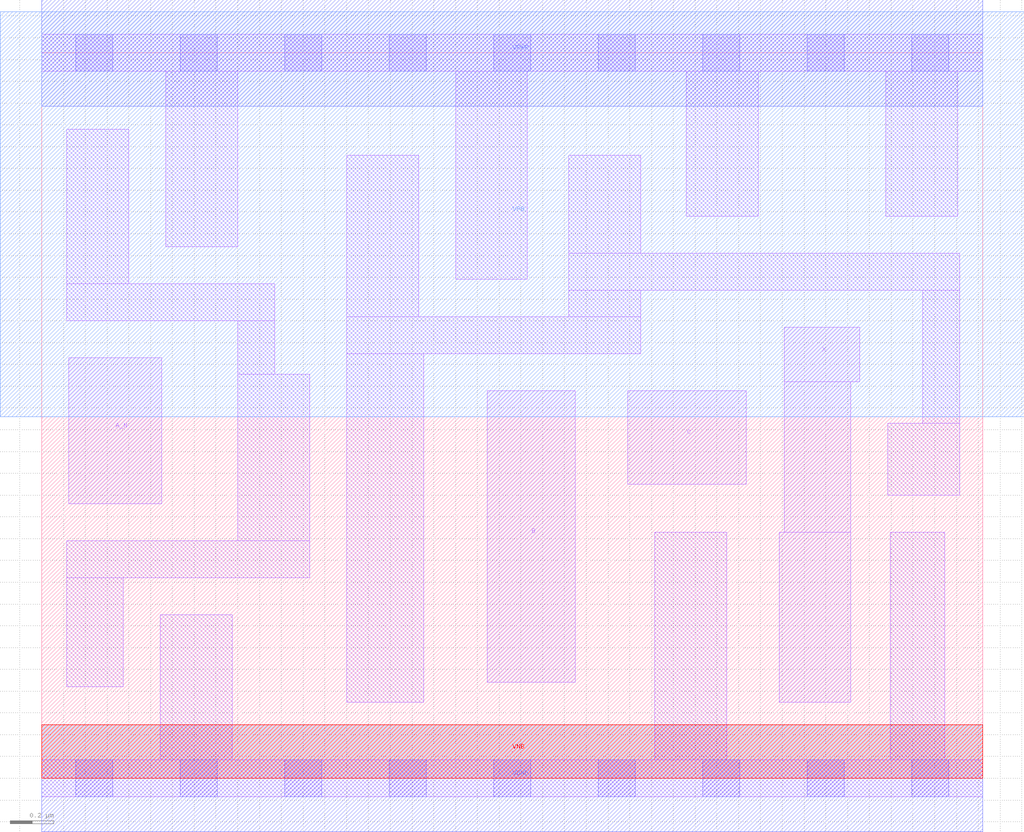
<source format=lef>
# Copyright 2020 The SkyWater PDK Authors
#
# Licensed under the Apache License, Version 2.0 (the "License");
# you may not use this file except in compliance with the License.
# You may obtain a copy of the License at
#
#     https://www.apache.org/licenses/LICENSE-2.0
#
# Unless required by applicable law or agreed to in writing, software
# distributed under the License is distributed on an "AS IS" BASIS,
# WITHOUT WARRANTIES OR CONDITIONS OF ANY KIND, either express or implied.
# See the License for the specific language governing permissions and
# limitations under the License.
#
# SPDX-License-Identifier: Apache-2.0

VERSION 5.7 ;
  NOWIREEXTENSIONATPIN ON ;
  DIVIDERCHAR "/" ;
  BUSBITCHARS "[]" ;
MACRO sky130_fd_sc_hs__and3b_2
  CLASS CORE ;
  FOREIGN sky130_fd_sc_hs__and3b_2 ;
  ORIGIN  0.000000  0.000000 ;
  SIZE  4.320000 BY  3.330000 ;
  SYMMETRY X Y ;
  SITE unit ;
  PIN A_N
    ANTENNAGATEAREA  0.208500 ;
    DIRECTION INPUT ;
    USE SIGNAL ;
    PORT
      LAYER li1 ;
        RECT 0.125000 1.260000 0.550000 1.930000 ;
    END
  END A_N
  PIN B
    ANTENNAGATEAREA  0.261000 ;
    DIRECTION INPUT ;
    USE SIGNAL ;
    PORT
      LAYER li1 ;
        RECT 2.045000 0.440000 2.450000 1.780000 ;
    END
  END B
  PIN C
    ANTENNAGATEAREA  0.261000 ;
    DIRECTION INPUT ;
    USE SIGNAL ;
    PORT
      LAYER li1 ;
        RECT 2.690000 1.350000 3.235000 1.780000 ;
    END
  END C
  PIN X
    ANTENNADIFFAREA  0.560000 ;
    DIRECTION OUTPUT ;
    USE SIGNAL ;
    PORT
      LAYER li1 ;
        RECT 3.385000 0.350000 3.715000 1.130000 ;
        RECT 3.410000 1.130000 3.715000 1.820000 ;
        RECT 3.410000 1.820000 3.755000 2.070000 ;
    END
  END X
  PIN VGND
    DIRECTION INOUT ;
    USE GROUND ;
    PORT
      LAYER met1 ;
        RECT 0.000000 -0.245000 4.320000 0.245000 ;
    END
  END VGND
  PIN VNB
    DIRECTION INOUT ;
    USE GROUND ;
    PORT
      LAYER pwell ;
        RECT 0.000000 0.000000 4.320000 0.245000 ;
    END
  END VNB
  PIN VPB
    DIRECTION INOUT ;
    USE POWER ;
    PORT
      LAYER nwell ;
        RECT -0.190000 1.660000 4.510000 3.520000 ;
    END
  END VPB
  PIN VPWR
    DIRECTION INOUT ;
    USE POWER ;
    PORT
      LAYER met1 ;
        RECT 0.000000 3.085000 4.320000 3.575000 ;
    END
  END VPWR
  OBS
    LAYER li1 ;
      RECT 0.000000 -0.085000 4.320000 0.085000 ;
      RECT 0.000000  3.245000 4.320000 3.415000 ;
      RECT 0.115000  0.420000 0.375000 0.920000 ;
      RECT 0.115000  0.920000 1.230000 1.090000 ;
      RECT 0.115000  2.100000 1.070000 2.270000 ;
      RECT 0.115000  2.270000 0.400000 2.980000 ;
      RECT 0.545000  0.085000 0.875000 0.750000 ;
      RECT 0.570000  2.440000 0.900000 3.245000 ;
      RECT 0.900000  1.090000 1.230000 1.855000 ;
      RECT 0.900000  1.855000 1.070000 2.100000 ;
      RECT 1.400000  0.350000 1.755000 1.950000 ;
      RECT 1.400000  1.950000 2.750000 2.120000 ;
      RECT 1.400000  2.120000 1.730000 2.860000 ;
      RECT 1.900000  2.290000 2.230000 3.245000 ;
      RECT 2.420000  2.120000 2.750000 2.240000 ;
      RECT 2.420000  2.240000 4.215000 2.410000 ;
      RECT 2.420000  2.410000 2.750000 2.860000 ;
      RECT 2.815000  0.085000 3.145000 1.130000 ;
      RECT 2.960000  2.580000 3.290000 3.245000 ;
      RECT 3.875000  2.580000 4.205000 3.245000 ;
      RECT 3.885000  1.300000 4.215000 1.630000 ;
      RECT 3.895000  0.085000 4.145000 1.130000 ;
      RECT 4.045000  1.630000 4.215000 2.240000 ;
    LAYER mcon ;
      RECT 0.155000 -0.085000 0.325000 0.085000 ;
      RECT 0.155000  3.245000 0.325000 3.415000 ;
      RECT 0.635000 -0.085000 0.805000 0.085000 ;
      RECT 0.635000  3.245000 0.805000 3.415000 ;
      RECT 1.115000 -0.085000 1.285000 0.085000 ;
      RECT 1.115000  3.245000 1.285000 3.415000 ;
      RECT 1.595000 -0.085000 1.765000 0.085000 ;
      RECT 1.595000  3.245000 1.765000 3.415000 ;
      RECT 2.075000 -0.085000 2.245000 0.085000 ;
      RECT 2.075000  3.245000 2.245000 3.415000 ;
      RECT 2.555000 -0.085000 2.725000 0.085000 ;
      RECT 2.555000  3.245000 2.725000 3.415000 ;
      RECT 3.035000 -0.085000 3.205000 0.085000 ;
      RECT 3.035000  3.245000 3.205000 3.415000 ;
      RECT 3.515000 -0.085000 3.685000 0.085000 ;
      RECT 3.515000  3.245000 3.685000 3.415000 ;
      RECT 3.995000 -0.085000 4.165000 0.085000 ;
      RECT 3.995000  3.245000 4.165000 3.415000 ;
  END
END sky130_fd_sc_hs__and3b_2
END LIBRARY

</source>
